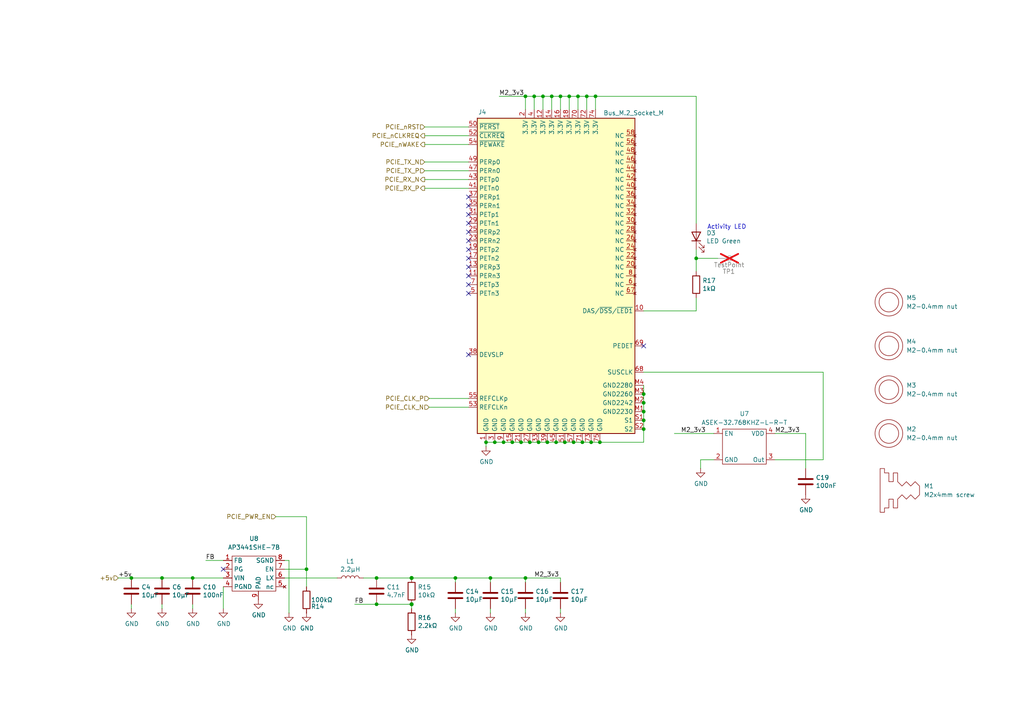
<source format=kicad_sch>
(kicad_sch (version 20250114) (generator "eeschema") (generator_version "9.0")
  (paper "A4")
  (title_block (title "Compute Module 5 IO Board - M2 Socket") (rev "1") (company "Copyright © 2024 Raspberry Pi Ltd.") (comment 1 "www.raspberrypi.com"))
  (lib_symbols
    (symbol "CM5IO:AP3441SHE-7B"
      (property "Reference" "U" (at -6.35 10.16 0))
      (property "Value" "AP3441SHE-7B" (at 0 7.62 0))
      (symbol "AP3441SHE-7B_0_1"
        (rectangle (start -6.35 6.35) (end 6.35 -3.81))
      )
      (symbol "AP3441SHE-7B_1_1"
        (pin passive line (at -8.89 5.08 0) (length 2.54) (name "FB") (number "1"))
        (pin open_collector line (at -8.89 2.54 0) (length 2.54) (name "PG") (number "2"))
        (pin power_in line (at -8.89 0 0) (length 2.54) (name "VIN") (number "3"))
        (pin power_in line (at -8.89 -2.54 0) (length 2.54) (name "PGND") (number "4"))
        (pin input line (at 1.27 -6.35 90) (length 2.54) (name "PAD") (number "9"))
        (pin power_in line (at 8.89 5.08 180) (length 2.54) (name "SGND") (number "8"))
        (pin input line (at 8.89 2.54 180) (length 2.54) (name "EN") (number "7"))
        (pin power_out line (at 8.89 0 180) (length 2.54) (name "LX") (number "6"))
        (pin no_connect line (at 8.89 -2.54 180) (length 2.54) (name "nc") (number "5"))
      )
    )
    (symbol "CM5IO:ASEK-32.768KHZ-L-R-T"
      (property "Reference" "U" (at -5.08 6.35 0))
      (property "Value" "ASEK-32.768KHZ-L-R-T" (at 0 -6.35 0))
      (symbol "ASEK-32.768KHZ-L-R-T_0_1"
        (rectangle (start -6.35 5.08) (end 6.35 -5.08))
      )
      (symbol "ASEK-32.768KHZ-L-R-T_1_1"
        (pin input line (at -8.89 3.81 0) (length 2.54) (name "EN") (number "1"))
        (pin power_in line (at -8.89 -3.81 0) (length 2.54) (name "GND") (number "2"))
        (pin power_in line (at 8.89 3.81 180) (length 2.54) (name "VDD") (number "4"))
        (pin output line (at 8.89 -3.81 180) (length 2.54) (name "Out") (number "3"))
      )
    )
    (symbol "CM5IO:Bus_M.2_Socket_M"
      (property "Reference" "J" (at -22.86 46.99 0))
      (property "Value" "Bus_M.2_Socket_M" (at 30.988 46.99 0))
      (symbol "Bus_M.2_Socket_M_0_1"
        (rectangle (start -22.86 45.72) (end 22.86 -45.72) (stroke (width 0.254)) (fill (type background)))
      )
      (symbol "Bus_M.2_Socket_M_1_1"
        (pin input line (at -25.4 43.18 0) (length 2.54) (name "~{PERST}") (number "50"))
        (pin bidirectional line (at -25.4 40.64 0) (length 2.54) (name "~{CLKREQ}") (number "52"))
        (pin bidirectional line (at -25.4 38.1 0) (length 2.54) (name "~{PEWAKE}") (number "54"))
        (pin input line (at -25.4 33.02 0) (length 2.54) (name "PERp0") (number "49"))
        (pin input line (at -25.4 30.48 0) (length 2.54) (name "PERn0") (number "47"))
        (pin output line (at -25.4 27.94 0) (length 2.54) (name "PETp0") (number "43"))
        (pin output line (at -25.4 25.4 0) (length 2.54) (name "PETn0") (number "41"))
        (pin input line (at -25.4 22.86 0) (length 2.54) (name "PERp1") (number "37"))
        (pin input line (at -25.4 20.32 0) (length 2.54) (name "PERn1") (number "35"))
        (pin output line (at -25.4 17.78 0) (length 2.54) (name "PETp1") (number "31"))
        (pin output line (at -25.4 15.24 0) (length 2.54) (name "PETn1") (number "29"))
        (pin input line (at -25.4 12.7 0) (length 2.54) (name "PERp2") (number "25"))
        (pin input line (at -25.4 10.16 0) (length 2.54) (name "PERn2") (number "23"))
        (pin output line (at -25.4 7.62 0) (length 2.54) (name "PETp2") (number "19"))
        (pin output line (at -25.4 5.08 0) (length 2.54) (name "PETn2") (number "17"))
        (pin input line (at -25.4 2.54 0) (length 2.54) (name "PERp3") (number "13"))
        (pin input line (at -25.4 0 0) (length 2.54) (name "PERn3") (number "11"))
        (pin output line (at -25.4 -2.54 0) (length 2.54) (name "PETp3") (number "7"))
        (pin output line (at -25.4 -5.08 0) (length 2.54) (name "PETn3") (number "5"))
        (pin input line (at -25.4 -22.86 0) (length 2.54) (name "DEVSLP") (number "38"))
        (pin input line (at -25.4 -35.56 0) (length 2.54) (name "REFCLKp") (number "55"))
        (pin input line (at -25.4 -38.1 0) (length 2.54) (name "REFCLKn") (number "53"))
        (pin power_in line (at -20.32 -48.26 90) (length 2.54) (name "GND") (number "1"))
        (pin power_in line (at -17.78 -48.26 90) (length 2.54) (name "GND") (number "3"))
        (pin power_in line (at -15.24 -48.26 90) (length 2.54) (name "GND") (number "9"))
        (pin power_in line (at -12.7 -48.26 90) (length 2.54) (name "GND") (number "15"))
        (pin power_in line (at -10.16 -48.26 90) (length 2.54) (name "GND") (number "21"))
        (pin power_in line (at -8.89 48.26 270) (length 2.54) (name "3.3V") (number "2"))
        (pin power_in line (at -7.62 -48.26 90) (length 2.54) (name "GND") (number "27"))
        (pin power_in line (at -6.35 48.26 270) (length 2.54) (name "3.3V") (number "4"))
        (pin power_in line (at -5.08 -48.26 90) (length 2.54) (name "GND") (number "33"))
        (pin power_in line (at -3.81 48.26 270) (length 2.54) (name "3.3V") (number "12"))
        (pin power_in line (at -2.54 -48.26 90) (length 2.54) (name "GND") (number "39"))
        (pin power_in line (at -1.27 48.26 270) (length 2.54) (name "3.3V") (number "14"))
        (pin power_in line (at 0 -48.26 90) (length 2.54) (name "GND") (number "45"))
        (pin power_in line (at 1.27 48.26 270) (length 2.54) (name "3.3V") (number "16"))
        (pin power_in line (at 2.54 -48.26 90) (length 2.54) (name "GND") (number "51"))
        (pin power_in line (at 3.81 48.26 270) (length 2.54) (name "3.3V") (number "18"))
        (pin power_in line (at 5.08 -48.26 90) (length 2.54) (name "GND") (number "57"))
        (pin power_in line (at 6.35 48.26 270) (length 2.54) (name "3.3V") (number "70"))
        (pin power_in line (at 7.62 -48.26 90) (length 2.54) (name "GND") (number "71"))
        (pin power_in line (at 8.89 48.26 270) (length 2.54) (name "3.3V") (number "72"))
        (pin power_in line (at 10.16 -48.26 90) (length 2.54) (name "GND") (number "73"))
        (pin power_in line (at 11.43 48.26 270) (length 2.54) (name "3.3V") (number "74"))
        (pin power_in line (at 12.7 -48.26 90) (length 2.54) (name "GND") (number "75"))
        (pin no_connect line (at 22.86 40.64 180) (length 2.54) (name "NC") (number "58"))
        (pin no_connect line (at 22.86 38.1 180) (length 2.54) (name "NC") (number "56"))
        (pin no_connect line (at 22.86 35.56 180) (length 2.54) (name "NC") (number "48"))
        (pin no_connect line (at 22.86 33.02 180) (length 2.54) (name "NC") (number "46"))
        (pin no_connect line (at 22.86 30.48 180) (length 2.54) (name "NC") (number "44"))
        (pin no_connect line (at 22.86 27.94 180) (length 2.54) (name "NC") (number "42"))
        (pin no_connect line (at 22.86 25.4 180) (length 2.54) (name "NC") (number "40"))
        (pin no_connect line (at 22.86 22.86 180) (length 2.54) (name "NC") (number "36"))
        (pin no_connect line (at 22.86 20.32 180) (length 2.54) (name "NC") (number "34"))
        (pin no_connect line (at 22.86 17.78 180) (length 2.54) (name "NC") (number "32"))
        (pin no_connect line (at 22.86 15.24 180) (length 2.54) (name "NC") (number "30"))
        (pin no_connect line (at 22.86 12.7 180) (length 2.54) (name "NC") (number "28"))
        (pin no_connect line (at 22.86 10.16 180) (length 2.54) (name "NC") (number "26"))
        (pin no_connect line (at 22.86 7.62 180) (length 2.54) (name "NC") (number "24"))
        (pin no_connect line (at 22.86 5.08 180) (length 2.54) (name "NC") (number "22"))
        (pin no_connect line (at 22.86 2.54 180) (length 2.54) (name "NC") (number "20"))
        (pin no_connect line (at 22.86 0 180) (length 2.54) (name "NC") (number "8"))
        (pin no_connect line (at 22.86 -2.54 180) (length 2.54) (name "NC") (number "6"))
        (pin no_connect line (at 22.86 -5.08 180) (length 2.54) (name "NC") (number "67"))
        (pin bidirectional line (at 25.4 -10.16 180) (length 2.54) (name "DAS/~{DSS}/~{LED1}") (number "10"))
        (pin passive line (at 25.4 -20.32 180) (length 2.54) (name "PEDET") (number "69"))
        (pin input line (at 25.4 -27.94 180) (length 2.54) (name "SUSCLK") (number "68"))
        (pin passive line (at 25.4 -31.75 180) (length 2.54) (name "GND2280") (number "M4"))
        (pin passive line (at 25.4 -34.29 180) (length 2.54) (name "GND2260") (number "M3"))
        (pin passive line (at 25.4 -36.83 180) (length 2.54) (name "GND2242") (number "M2"))
        (pin passive line (at 25.4 -39.37 180) (length 2.54) (name "GND2230") (number "M1"))
        (pin passive line (at 25.4 -41.91 180) (length 2.54) (name "S1") (number "S1"))
        (pin passive line (at 25.4 -44.45 180) (length 2.54) (name "S2") (number "S2"))
      )
    )
    (symbol "CM5IO:M.2_Screw" (pin_numbers (hide yes)) (pin_names (offset 0) (hide yes)) (on_board no)
      (property "Reference" "M" (at -0.254 -6.35 0))
      (property "Value" "M.2 Screw" (at 0.254 -8.636 0))
      (symbol "M.2_Screw_0_1"
        (polyline (pts (xy -5.08 0) (xy -5.08 -6.35) (xy -3.81 -6.35) (xy -3.81 -5.08) (xy -2.54 -5.08) (xy -2.54 -2.54) (xy -1.27 -2.54) (xy -1.27 -5.08) (xy 0 -5.08) (xy 0 -2.54) (xy 1.27 -1.27) (xy 2.54 -2.54) (xy 3.81 -1.27) (xy 5.08 -2.54) (xy 6.35 -1.27) (xy 6.35 1.27) (xy 5.08 2.54) (xy 3.81 1.27) (xy 2.54 2.54) (xy 1.27 1.27) (xy 0 2.54) (xy 0 5.08) (xy -1.27 5.08) (xy -1.27 2.54) (xy -2.54 2.54) (xy -2.54 5.08) (xy -3.81 5.08) (xy -3.81 6.35) (xy -5.08 6.35) (xy -5.08 0)))
      )
    )
    (symbol "CM5IO:SolderNut" (pin_numbers (hide yes)) (pin_names (offset 0) (hide yes)) (exclude_from_sim yes) (on_board no)
      (property "Reference" "M" (at -6.35 -3.556 0))
      (property "Value" "M.2 Solder Nut" (at 0.254 -5.842 0))
      (symbol "SolderNut_0_1"
        (circle (center 0 0) (radius 2.8398))
        (circle (center 0 0) (radius 4.0161))
      )
    )
    (symbol "Connector:TestPoint" (pin_numbers (hide yes)) (pin_names (offset 0.762) (hide yes))
      (property "Reference" "TP" (at 0 6.858 0))
      (property "Value" "TestPoint" (at 0 5.08 0))
      (symbol "TestPoint_0_1"
        (circle (center 0 3.302) (radius 0.762))
      )
      (symbol "TestPoint_1_1"
        (pin passive line (at 0 0 90) (length 2.54) (name "1") (number "1"))
      )
    )
    (symbol "Device:C" (pin_numbers (hide yes)) (pin_names (offset 0.254))
      (property "Reference" "C" (at 0.635 2.54 0))
      (property "Value" "C" (at 0.635 -2.54 0))
      (symbol "C_0_1"
        (polyline (pts (xy -2.032 0.762) (xy 2.032 0.762)) (stroke (width 0.508)))
        (polyline (pts (xy -2.032 -0.762) (xy 2.032 -0.762)) (stroke (width 0.508)))
      )
      (symbol "C_1_1"
        (pin passive line (at 0 3.81 270) (length 2.794) (name "~") (number "1"))
        (pin passive line (at 0 -3.81 90) (length 2.794) (name "~") (number "2"))
      )
    )
    (symbol "Device:L" (pin_numbers (hide yes)) (pin_names (offset 1.016) (hide yes))
      (property "Reference" "L" (at -1.27 0 90))
      (property "Value" "L" (at 1.905 0 90))
      (symbol "L_0_1"
        (arc (start 0 2.54) (mid 0.6323 1.905) (end 0 1.27))
        (arc (start 0 1.27) (mid 0.6323 0.635) (end 0 0))
        (arc (start 0 0) (mid 0.6323 -0.635) (end 0 -1.27))
        (arc (start 0 -1.27) (mid 0.6323 -1.905) (end 0 -2.54))
      )
      (symbol "L_1_1"
        (pin passive line (at 0 3.81 270) (length 1.27) (name "1") (number "1"))
        (pin passive line (at 0 -3.81 90) (length 1.27) (name "2") (number "2"))
      )
    )
    (symbol "Device:LED" (pin_numbers (hide yes)) (pin_names (offset 1.016) (hide yes))
      (property "Reference" "D" (at 0 2.54 0))
      (property "Value" "LED" (at 0 -2.54 0))
      (symbol "LED_0_1"
        (polyline (pts (xy -3.048 -0.762) (xy -4.572 -2.286) (xy -3.81 -2.286) (xy -4.572 -2.286) (xy -4.572 -1.524)))
        (polyline (pts (xy -1.778 -0.762) (xy -3.302 -2.286) (xy -2.54 -2.286) (xy -3.302 -2.286) (xy -3.302 -1.524)))
        (polyline (pts (xy -1.27 0) (xy 1.27 0)))
        (polyline (pts (xy -1.27 -1.27) (xy -1.27 1.27)) (stroke (width 0.254)))
        (polyline (pts (xy 1.27 -1.27) (xy 1.27 1.27) (xy -1.27 0) (xy 1.27 -1.27)) (stroke (width 0.254)))
      )
      (symbol "LED_1_1"
        (pin passive line (at -3.81 0 0) (length 2.54) (name "K") (number "1"))
        (pin passive line (at 3.81 0 180) (length 2.54) (name "A") (number "2"))
      )
    )
    (symbol "Device:R" (pin_numbers (hide yes)) (pin_names (offset 0))
      (property "Reference" "R" (at 2.032 0 90))
      (property "Value" "R" (at 0 0 90))
      (symbol "R_0_1"
        (rectangle (start -1.016 -2.54) (end 1.016 2.54) (stroke (width 0.254)))
      )
      (symbol "R_1_1"
        (pin passive line (at 0 3.81 270) (length 1.27) (name "~") (number "1"))
        (pin passive line (at 0 -3.81 90) (length 1.27) (name "~") (number "2"))
      )
    )
    (symbol "power:GND" (power) (pin_numbers (hide yes)) (pin_names (offset 0) (hide yes))
      (property "Value" "GND" (at 0 -3.81 0))
      (symbol "GND_0_1"
        (polyline (pts (xy 0 0) (xy 0 -1.27) (xy 1.27 -1.27) (xy 0 -2.54) (xy -1.27 -1.27) (xy 0 -1.27)))
      )
      (symbol "GND_1_1"
        (pin power_in line (at 0 0 270) (length 0) (name "~") (number "1"))
      )
    )
  )
  (text "Activity LED" (at 205.105 66.675 0) (effects (font (size 1.27 1.27)) (justify left bottom)))
  (junction (at 156.21 128.27))
  (junction (at 170.18 27.94))
  (junction (at 55.88 167.64))
  (junction (at 119.38 175.26) (diameter 1.016))
  (junction (at 143.51 128.27))
  (junction (at 171.45 128.27))
  (junction (at 165.1 27.94))
  (junction (at 109.22 167.64))
  (junction (at 158.75 128.27))
  (junction (at 153.67 128.27))
  (junction (at 46.99 167.64))
  (junction (at 173.99 128.27))
  (junction (at 132.08 167.64))
  (junction (at 88.9 165.1))
  (junction (at 38.1 167.64))
  (junction (at 154.94 27.94))
  (junction (at 142.24 167.64))
  (junction (at 186.69 121.92))
  (junction (at 186.69 116.84))
  (junction (at 166.37 128.27))
  (junction (at 146.05 128.27))
  (junction (at 152.4 27.94))
  (junction (at 163.83 128.27))
  (junction (at 148.59 128.27))
  (junction (at 167.64 27.94))
  (junction (at 109.22 175.26))
  (junction (at 161.29 128.27))
  (junction (at 186.69 124.46))
  (junction (at 186.69 114.3))
  (junction (at 140.97 128.27))
  (junction (at 160.02 27.94))
  (junction (at 162.56 27.94))
  (junction (at 186.69 119.38))
  (junction (at 201.93 74.93))
  (junction (at 152.4 167.64))
  (junction (at 172.72 27.94))
  (junction (at 151.13 128.27))
  (junction (at 119.38 167.64) (diameter 1.016))
  (junction (at 168.91 128.27))
  (junction (at 157.48 27.94))
  (no_connect (at 64.77 165.1))
  (no_connect (at 135.89 80.01))
  (no_connect (at 135.89 85.09))
  (no_connect (at 135.89 72.39))
  (no_connect (at 135.89 82.55))
  (no_connect (at 135.89 57.15))
  (no_connect (at 135.89 102.87))
  (no_connect (at 135.89 77.47))
  (no_connect (at 186.69 100.33))
  (no_connect (at 135.89 67.31))
  (no_connect (at 135.89 62.23))
  (no_connect (at 135.89 74.93))
  (no_connect (at 135.89 69.85))
  (no_connect (at 135.89 64.77))
  (no_connect (at 135.89 59.69))
  (wire (pts (xy 186.69 124.46) (xy 186.69 128.27)))
  (wire (pts (xy 105.41 167.64) (xy 109.22 167.64)))
  (wire (pts (xy 140.97 128.27) (xy 143.51 128.27)))
  (wire (pts (xy 167.64 27.94) (xy 170.18 27.94)))
  (wire (pts (xy 162.56 27.94) (xy 162.56 31.75)))
  (wire (pts (xy 195.58 125.73) (xy 207.01 125.73)))
  (wire (pts (xy 201.93 27.94) (xy 201.93 64.77)))
  (wire (pts (xy 109.22 167.64) (xy 119.38 167.64)))
  (wire (pts (xy 152.4 27.94) (xy 154.94 27.94)))
  (wire (pts (xy 173.99 128.27) (xy 171.45 128.27)))
  (wire (pts (xy 123.19 52.07) (xy 135.89 52.07)))
  (wire (pts (xy 142.24 167.64) (xy 152.4 167.64)))
  (wire (pts (xy 88.9 165.1) (xy 88.9 170.18)))
  (wire (pts (xy 152.4 167.64) (xy 162.56 167.64)))
  (wire (pts (xy 124.46 115.57) (xy 135.89 115.57)))
  (wire (pts (xy 59.69 162.56) (xy 64.77 162.56)))
  (wire (pts (xy 135.89 46.99) (xy 123.19 46.99)))
  (wire (pts (xy 156.21 128.27) (xy 153.67 128.27)))
  (wire (pts (xy 55.88 175.26) (xy 55.88 176.53)))
  (wire (pts (xy 154.94 27.94) (xy 157.48 27.94)))
  (wire (pts (xy 186.69 119.38) (xy 186.69 121.92)))
  (wire (pts (xy 186.69 121.92) (xy 186.69 124.46)))
  (wire (pts (xy 165.1 27.94) (xy 165.1 31.75)))
  (wire (pts (xy 123.19 54.61) (xy 135.89 54.61)))
  (wire (pts (xy 171.45 128.27) (xy 168.91 128.27)))
  (wire (pts (xy 123.19 49.53) (xy 135.89 49.53)))
  (wire (pts (xy 46.99 167.64) (xy 55.88 167.64)))
  (wire (pts (xy 201.93 90.17) (xy 201.93 86.36)))
  (wire (pts (xy 172.72 27.94) (xy 201.93 27.94)))
  (wire (pts (xy 82.55 165.1) (xy 88.9 165.1)))
  (wire (pts (xy 132.08 167.64) (xy 142.24 167.64)))
  (wire (pts (xy 186.69 116.84) (xy 186.69 119.38)))
  (wire (pts (xy 167.64 27.94) (xy 167.64 31.75)))
  (wire (pts (xy 34.29 167.64) (xy 38.1 167.64)))
  (wire (pts (xy 186.69 114.3) (xy 186.69 116.84)))
  (wire (pts (xy 152.4 167.64) (xy 152.4 168.91)))
  (wire (pts (xy 186.69 128.27) (xy 173.99 128.27)))
  (wire (pts (xy 168.91 128.27) (xy 166.37 128.27)))
  (wire (pts (xy 119.38 167.64) (xy 132.08 167.64)))
  (wire (pts (xy 152.4 176.53) (xy 152.4 177.8)))
  (wire (pts (xy 158.75 128.27) (xy 161.29 128.27)))
  (wire (pts (xy 166.37 128.27) (xy 163.83 128.27)))
  (wire (pts (xy 170.18 27.94) (xy 172.72 27.94)))
  (wire (pts (xy 82.55 167.64) (xy 97.79 167.64)))
  (wire (pts (xy 201.93 74.93) (xy 208.28 74.93)))
  (wire (pts (xy 238.76 133.35) (xy 224.79 133.35)))
  (wire (pts (xy 157.48 27.94) (xy 160.02 27.94)))
  (wire (pts (xy 203.2 135.89) (xy 203.2 133.35)))
  (wire (pts (xy 157.48 27.94) (xy 157.48 31.75)))
  (wire (pts (xy 186.69 111.76) (xy 186.69 114.3)))
  (wire (pts (xy 152.4 27.94) (xy 152.4 31.75)))
  (wire (pts (xy 55.88 167.64) (xy 64.77 167.64)))
  (wire (pts (xy 88.9 149.86) (xy 88.9 165.1)))
  (wire (pts (xy 172.72 27.94) (xy 172.72 31.75)))
  (wire (pts (xy 124.46 118.11) (xy 135.89 118.11)))
  (wire (pts (xy 109.22 175.26) (xy 119.38 175.26)))
  (wire (pts (xy 123.19 39.37) (xy 135.89 39.37)))
  (wire (pts (xy 38.1 175.26) (xy 38.1 176.53)))
  (wire (pts (xy 123.19 41.91) (xy 135.89 41.91)))
  (wire (pts (xy 132.08 168.91) (xy 132.08 167.64)))
  (wire (pts (xy 146.05 128.27) (xy 143.51 128.27)))
  (wire (pts (xy 82.55 162.56) (xy 83.82 162.56)))
  (wire (pts (xy 140.97 128.27) (xy 140.97 129.54)))
  (wire (pts (xy 148.59 128.27) (xy 151.13 128.27)))
  (wire (pts (xy 186.69 90.17) (xy 201.93 90.17)))
  (wire (pts (xy 144.78 27.94) (xy 152.4 27.94)))
  (wire (pts (xy 162.56 27.94) (xy 165.1 27.94)))
  (wire (pts (xy 186.69 107.95) (xy 238.76 107.95)))
  (wire (pts (xy 38.1 167.64) (xy 46.99 167.64)))
  (wire (pts (xy 233.68 125.73) (xy 224.79 125.73)))
  (wire (pts (xy 142.24 167.64) (xy 142.24 168.91)))
  (wire (pts (xy 163.83 128.27) (xy 161.29 128.27)))
  (wire (pts (xy 80.01 149.86) (xy 88.9 149.86)))
  (wire (pts (xy 46.99 175.26) (xy 46.99 176.53)))
  (wire (pts (xy 151.13 128.27) (xy 153.67 128.27)))
  (wire (pts (xy 156.21 128.27) (xy 158.75 128.27)))
  (wire (pts (xy 132.08 177.8) (xy 132.08 176.53)))
  (wire (pts (xy 201.93 74.93) (xy 201.93 78.74)))
  (wire (pts (xy 160.02 27.94) (xy 160.02 31.75)))
  (wire (pts (xy 201.93 74.93) (xy 201.93 72.39)))
  (wire (pts (xy 162.56 176.53) (xy 162.56 177.8)))
  (wire (pts (xy 203.2 133.35) (xy 207.01 133.35)))
  (wire (pts (xy 233.68 135.89) (xy 233.68 125.73)))
  (wire (pts (xy 64.77 176.53) (xy 64.77 170.18)))
  (wire (pts (xy 162.56 167.64) (xy 162.56 168.91)))
  (wire (pts (xy 154.94 27.94) (xy 154.94 31.75)))
  (wire (pts (xy 142.24 176.53) (xy 142.24 177.8)))
  (wire (pts (xy 165.1 27.94) (xy 167.64 27.94)))
  (wire (pts (xy 119.38 176.53) (xy 119.38 175.26)))
  (wire (pts (xy 146.05 128.27) (xy 148.59 128.27)))
  (wire (pts (xy 123.19 36.83) (xy 135.89 36.83)))
  (wire (pts (xy 102.87 175.26) (xy 109.22 175.26)))
  (wire (pts (xy 160.02 27.94) (xy 162.56 27.94)))
  (wire (pts (xy 170.18 27.94) (xy 170.18 31.75)))
  (wire (pts (xy 238.76 107.95) (xy 238.76 133.35)))
  (wire (pts (xy 83.82 162.56) (xy 83.82 177.8)))
  (label "M2_3v3" (at 154.94 167.64 0))
  (label "+5v" (at 34.29 167.64 0))
  (label "FB" (at 59.69 162.56 0))
  (label "M2_3v3" (at 224.79 125.73 0))
  (label "M2_3v3" (at 197.485 125.73 0))
  (label "M2_3v3" (at 144.78 27.94 0))
  (label "FB" (at 102.87 175.26 0))
  (hierarchical_label "PCIE_RX_N" (shape output) (at 123.19 52.07 180))
  (hierarchical_label "PCIE_CLK_N" (shape input) (at 124.46 118.11 180))
  (hierarchical_label "PCIE_TX_P" (shape input) (at 123.19 49.53 180))
  (hierarchical_label "PCIE_nCLKREQ" (shape output) (at 123.19 39.37 180))
  (hierarchical_label "PCIE_RX_P" (shape output) (at 123.19 54.61 180))
  (hierarchical_label "PCIE_PWR_EN" (shape input) (at 80.01 149.86 180))
  (hierarchical_label "PCIE_nWAKE" (shape output) (at 123.19 41.91 180))
  (hierarchical_label "PCIE_TX_N" (shape input) (at 123.19 46.99 180))
  (hierarchical_label "PCIE_nRST" (shape input) (at 123.19 36.83 180))
  (hierarchical_label "+5v" (shape input) (at 34.29 167.64 180))
  (hierarchical_label "PCIE_CLK_P" (shape input) (at 124.46 115.57 180))
  (symbol (lib_id "Device:LED") (at 201.93 68.58 90) (unit 1)
    (property "Reference" "D3" (at 204.9018 67.5894 90) (effects (justify right)))
    (property "Value" "LED Green" (at 204.9018 69.9008 90) (effects (justify right)))
    (property "Footprint" "LED_SMD:LED_0603_1608Metric" (effects (hide yes)))
    (property "Datasheet" "https://optoelectronics.liteon.com/upload/download/DS22-2000-226/LTST-S270KGKT.pdf" (effects (hide yes)))
    (property "Field8" "650263301" (effects (hide yes)))
    (property "Part Description" "LED, Green, 572nm, 2.2V, SMD 0603" (effects (hide yes)))
    (property "Dist. P/N" "160-1478-2-ND" (effects (hide yes)))
    (property "Distributor" "Digikey " (effects (hide yes)))
    (property "Manf. P/N" "LTST-S270KGKT" (effects (hide yes)))
    (property "Manufacturer" "Lite-On Inc." (effects (hide yes)))
  )
  (symbol (lib_id "Device:C") (at 152.4 172.72 0) (unit 1)
    (property "Reference" "C16" (at 155.321 171.5516 0) (effects (justify left)))
    (property "Value" "10µF" (at 155.321 173.863 0) (effects (justify left)))
    (property "Footprint" "Capacitor_SMD:C_0805_2012Metric" (effects (hide yes)))
    (property "Datasheet" "https://datasheets.kyocera-avx.com/cx5r-KGM.pdf" (effects (hide yes)))
    (property "Part Description" "Capacitor, Ceramic, 10µF, ±10%, 10V, X5R, 0805 (2012m)" (effects (hide yes)))
    (property "Dist. P/N" "478-KGM21AR51A106KUTR-ND" (effects (hide yes)))
    (property "Distributor" "Digikey" (effects (hide yes)))
    (property "Manf. P/N" "0805ZD106KAT2A" (effects (hide yes)))
    (property "Manufacturer" "Kyocera" (effects (hide yes)))
  )
  (symbol (lib_id "power:GND") (at 152.4 177.8 0) (unit 1)
    (property "Reference" "#PWR018" (effects (hide yes)))
    (property "Value" "GND" (at 152.527 182.1942 0))
    (property "Description" "Power symbol creates a global label with name \"GND\" , ground" (effects (hide yes)))
  )
  (symbol (lib_id "Device:C") (at 46.99 171.45 0) (unit 1)
    (property "Reference" "C6" (at 49.911 170.2816 0) (effects (justify left)))
    (property "Value" "10µF" (at 49.911 172.593 0) (effects (justify left)))
    (property "Footprint" "Capacitor_SMD:C_0805_2012Metric" (effects (hide yes)))
    (property "Datasheet" "https://datasheets.kyocera-avx.com/cx5r-KGM.pdf" (effects (hide yes)))
    (property "Part Description" "Capacitor, Ceramic, 10µF, ±10%, 10V, X5R, 0805 (2012m)" (effects (hide yes)))
    (property "Dist. P/N" "478-KGM21AR51A106KUTR-ND" (effects (hide yes)))
    (property "Distributor" "Digikey" (effects (hide yes)))
    (property "Manf. P/N" "0805ZD106KAT2A" (effects (hide yes)))
    (property "Manufacturer" "Kyocera" (effects (hide yes)))
  )
  (symbol (lib_id "Connector:TestPoint") (at 208.28 74.93 270) (unit 1) (in_bom no) (dnp yes)
    (property "Reference" "TP1" (at 209.55 78.74 90) (effects (justify left)))
    (property "Value" "TestPoint" (at 207.01 76.835 90) (effects (justify left)))
    (property "Footprint" "TestPoint:TestPoint_Pad_D1.5mm" (effects (hide yes)))
    (property "Part Description" "Test point" (effects (hide yes)))
    (property "Dist. P/N" "nf" (effects (hide yes)))
    (property "Distributor" "nf" (effects (hide yes)))
  )
  (symbol (lib_id "power:GND") (at 46.99 176.53 0) (unit 1)
    (property "Reference" "#PWR021" (effects (hide yes)))
    (property "Value" "GND" (at 47.117 180.9242 0))
    (property "Description" "Power symbol creates a global label with name \"GND\" , ground" (effects (hide yes)))
  )
  (symbol (lib_id "power:GND") (at 140.97 129.54 0) (unit 1)
    (property "Reference" "#PWR019" (effects (hide yes)))
    (property "Value" "GND" (at 141.097 133.9342 0))
    (property "Description" "Power symbol creates a global label with name \"GND\" , ground" (effects (hide yes)))
  )
  (symbol (lib_id "power:GND") (at 162.56 177.8 0) (unit 1)
    (property "Reference" "#PWR024" (effects (hide yes)))
    (property "Value" "GND" (at 162.687 182.1942 0))
    (property "Description" "Power symbol creates a global label with name \"GND\" , ground" (effects (hide yes)))
  )
  (symbol (lib_id "Device:R") (at 201.93 82.55 0) (unit 1)
    (property "Reference" "R17" (at 203.708 81.3816 0) (effects (justify left)))
    (property "Value" "1kΩ" (at 203.708 83.693 0) (effects (justify left)))
    (property "Footprint" "Resistor_SMD:R_0402_1005Metric" (effects (hide yes)))
    (property "Datasheet" "https://industrial.panasonic.com/cdbs/www-data/pdf/RDQ0000/ast-ind-151033.pdf" (effects (hide yes)))
    (property "Part Description" "Resistor, 1kΩ, ±1%, 0.1W, SMD 0402 (1005m)" (effects (hide yes)))
    (property "Dist. P/N" "10-ERJ-H2RF1001XTR-ND" (effects (hide yes)))
    (property "Distributor" "Digikey" (effects (hide yes)))
    (property "Manf. P/N" "ERJ-H2RF1001X" (effects (hide yes)))
    (property "Manufacturer" "Panasonic" (effects (hide yes)))
  )
  (symbol (lib_id "CM5IO:SolderNut") (at 257.81 113.03 0) (unit 1) (exclude_from_sim yes) (on_board no)
    (property "Reference" "M3" (at 262.89 111.7599 0) (effects (justify left)))
    (property "Value" "M2-0.4mm nut" (at 262.89 114.2999 0) (effects (justify left)))
    (property "Datasheet" "https://www.lcsc.com/datasheet/C2916320.pdf" (effects (hide yes)))
    (property "Part Description" "Standoff, M2 thread, 1.5mm H, 5.56mm Diam." (effects (hide yes)))
    (property "Dist. P/N" "C2916320" (effects (hide yes)))
    (property "Distributor" "LCSC" (effects (hide yes)))
    (property "Manf. P/N" "SMTSO2015CTJ" (effects (hide yes)))
    (property "Manufacturer" "Sinhoo" (effects (hide yes)))
  )
  (symbol (lib_id "Device:L") (at 101.6 167.64 90) (unit 1)
    (property "Reference" "L1" (at 101.6 162.814 90))
    (property "Value" "2.2µH" (at 101.6 165.1254 90))
    (property "Footprint" "CM5IO:L_Bourns_SRP5030CC" (effects (hide yes)))
    (property "Datasheet" "https://www.bourns.com/docs/Product-Datasheets/SRP5030CC.pdf" (effects (hide yes)))
    (property "Part Description" "Inductor, 2.2µH, ±20%, 7A, 32Ω" (effects (hide yes)))
    (property "Dist. P/N" "118-SRP5030CC-2R2MTR-ND" (effects (hide yes)))
    (property "Distributor" "Digikey" (effects (hide yes)))
    (property "Manf. P/N" "SRP5030CC-2R2M" (effects (hide yes)))
    (property "Manufacturer" "Bourns" (effects (hide yes)))
  )
  (symbol (lib_id "power:GND") (at 64.77 176.53 0) (unit 1)
    (property "Reference" "#PWR022" (effects (hide yes)))
    (property "Value" "GND" (at 64.897 180.9242 0))
    (property "Description" "Power symbol creates a global label with name \"GND\" , ground" (effects (hide yes)))
  )
  (symbol (lib_id "Device:R") (at 119.38 171.45 0) (unit 1)
    (property "Reference" "R15" (at 121.158 170.2816 0) (effects (justify left)))
    (property "Value" "10kΩ" (at 121.158 172.593 0) (effects (justify left)))
    (property "Footprint" "Resistor_SMD:R_0402_1005Metric" (effects (hide yes)))
    (property "Datasheet" "https://industrial.panasonic.com/cdbs/www-data/pdf/RDP0000/AOA0000C334.pdf" (effects (hide yes)))
    (property "Part Description" "Resistor, 10kΩ, ±1%, 0.1W, SMD 0402 (1005m)" (effects (hide yes)))
    (property "Dist. P/N" "10-ERJ-U02F1002XTR-ND" (effects (hide yes)))
    (property "Distributor" "Digikey" (effects (hide yes)))
    (property "Manf. P/N" "ERJ-U02F1002X" (effects (hide yes)))
    (property "Manufacturer" "Panasonic" (effects (hide yes)))
  )
  (symbol (lib_id "Device:C") (at 233.68 139.7 0) (unit 1)
    (property "Reference" "C19" (at 236.601 138.5316 0) (effects (justify left)))
    (property "Value" "100nF" (at 236.601 140.843 0) (effects (justify left)))
    (property "Footprint" "Capacitor_SMD:C_0402_1005Metric" (effects (hide yes)))
    (property "Datasheet" "https://datasheets.kyocera-avx.com/cx5r.pdf" (effects (hide yes)))
    (property "Part Description" "Capacitor, Ceramic, 0.1µF, ±10%, 6.3V, X5R, 0402 (1005m)" (effects (hide yes)))
    (property "Dist. P/N" "478-11504-2-ND" (effects (hide yes)))
    (property "Distributor" "Digikey" (effects (hide yes)))
    (property "Manf. P/N" "04026D104KAT4A" (effects (hide yes)))
    (property "Manufacturer" "Kyocera" (effects (hide yes)))
  )
  (symbol (lib_id "Device:R") (at 88.9 173.99 0) (unit 1)
    (property "Reference" "R14" (at 90.17 175.895 0) (effects (justify left)))
    (property "Value" "100kΩ" (at 90.17 173.99 0) (effects (justify left)))
    (property "Footprint" "Resistor_SMD:R_0402_1005Metric" (effects (hide yes)))
    (property "Datasheet" "https://industrial.panasonic.com/cdbs/www-data/pdf/RDP0000/AOA0000C334.pdf" (effects (hide yes)))
    (property "Part Description" "Resistor, 100kΩ, ±1%, 0.1W, SMD 0402 (1005m)" (effects (hide yes)))
    (property "Dist. P/N" "10-ERJ-U02F1003XTR-ND" (effects (hide yes)))
    (property "Distributor" "Digikey" (effects (hide yes)))
    (property "Manf. P/N" "ERJ-U02F1003X" (effects (hide yes)))
    (property "Manufacturer" "Panasonic" (effects (hide yes)))
  )
  (symbol (lib_id "Device:R") (at 119.38 180.34 0) (unit 1)
    (property "Reference" "R16" (at 121.158 179.1716 0) (effects (justify left)))
    (property "Value" "2.2kΩ" (at 121.158 181.483 0) (effects (justify left)))
    (property "Footprint" "Resistor_SMD:R_0402_1005Metric" (effects (hide yes)))
    (property "Datasheet" "https://industrial.panasonic.com/cdbs/www-data/pdf/RDA0000/AOA0000C304.pdf" (effects (hide yes)))
    (property "Part Description" "Resistor, 2.2kΩ, ±1%, 0.1W, SMD 0402 (1005m)" (effects (hide yes)))
    (property "Dist. P/N" "P2.20KLTR-ND" (effects (hide yes)))
    (property "Distributor" "Digikey" (effects (hide yes)))
    (property "Manf. P/N" "ERJ-2RKF2201X" (effects (hide yes)))
    (property "Manufacturer" "Panasonic" (effects (hide yes)))
  )
  (symbol (lib_id "CM5IO:ASEK-32.768KHZ-L-R-T") (at 215.9 129.54 0) (unit 1)
    (property "Reference" "U7" (at 215.9 120.015 0))
    (property "Value" "ASEK-32.768KHZ-L-R-T" (at 215.9 122.555 0))
    (property "Footprint" "Crystal:Crystal_SMD_3225-4Pin_3.2x2.5mm" (effects (hide yes)))
    (property "Datasheet" "https://abracon.com/Oscillators/ASEK.pdf" (effects (hide yes)))
    (property "Part Description" "Oscillator, 32.768kHz, 3.3V" (effects (hide yes)))
    (property "Dist. P/N" "535-ASEK-32.768KHZ-L-R-TTR-ND" (effects (hide yes)))
    (property "Distributor" "Digikey" (effects (hide yes)))
    (property "Manf. P/N" "ASEK-32.768KHZ-L-R-T" (effects (hide yes)))
    (property "Manufacturer" "Abracon" (effects (hide yes)))
  )
  (symbol (lib_id "Device:C") (at 38.1 171.45 0) (unit 1)
    (property "Reference" "C4" (at 41.021 170.2816 0) (effects (justify left)))
    (property "Value" "10µF" (at 41.021 172.593 0) (effects (justify left)))
    (property "Footprint" "Capacitor_SMD:C_0805_2012Metric" (effects (hide yes)))
    (property "Datasheet" "https://datasheets.kyocera-avx.com/cx5r-KGM.pdf" (effects (hide yes)))
    (property "Part Description" "Capacitor, Ceramic, 10µF, ±10%, 10V, X5R, 0805 (2012m)" (effects (hide yes)))
    (property "Dist. P/N" "478-KGM21AR51A106KUTR-ND" (effects (hide yes)))
    (property "Distributor" "Digikey" (effects (hide yes)))
    (property "Manf. P/N" "0805ZD106KAT2A" (effects (hide yes)))
    (property "Manufacturer" "Kyocera" (effects (hide yes)))
  )
  (symbol (lib_id "CM5IO:AP3441SHE-7B") (at 73.66 167.64 0) (unit 1)
    (property "Reference" "U8" (at 73.66 156.21 0))
    (property "Value" "AP3441SHE-7B" (at 73.66 158.75 0))
    (property "Footprint" "Package_DFN_QFN:DFN-8-1EP_2x2mm_P0.5mm_EP1.05x1.75mm" (effects (hide yes)))
    (property "Datasheet" "https://www.diodes.com/assets/Datasheets/AP3441-L.pdf" (effects (hide yes)))
    (property "Part Description" "Buck Converter, 0.6V, 3A" (effects (hide yes)))
    (property "Dist. P/N" "AP3441SHE-7BDITR-ND" (effects (hide yes)))
    (property "Distributor" "Digikey" (effects (hide yes)))
    (property "Manf. P/N" "AP3441SHE-7B" (effects (hide yes)))
    (property "Manufacturer" "Diodes Inc." (effects (hide yes)))
  )
  (symbol (lib_id "Device:C") (at 55.88 171.45 0) (unit 1)
    (property "Reference" "C10" (at 58.801 170.2816 0) (effects (justify left)))
    (property "Value" "100nF" (at 58.801 172.593 0) (effects (justify left)))
    (property "Footprint" "Capacitor_SMD:C_0402_1005Metric" (effects (hide yes)))
    (property "Datasheet" "https://datasheets.kyocera-avx.com/cx5r.pdf" (effects (hide yes)))
    (property "Part Description" "Capacitor, Ceramic, 0.1µF, ±10%, 6.3V, X5R, 0402 (1005m)" (effects (hide yes)))
    (property "Dist. P/N" "478-11504-2-ND" (effects (hide yes)))
    (property "Distributor" "Digikey" (effects (hide yes)))
    (property "Manf. P/N" "04026D104KAT4A" (effects (hide yes)))
    (property "Manufacturer" "Kyocera" (effects (hide yes)))
  )
  (symbol (lib_id "Device:C") (at 132.08 172.72 0) (unit 1)
    (property "Reference" "C14" (at 135.001 171.5516 0) (effects (justify left)))
    (property "Value" "10µF" (at 135.001 173.863 0) (effects (justify left)))
    (property "Footprint" "Capacitor_SMD:C_0805_2012Metric" (effects (hide yes)))
    (property "Datasheet" "https://datasheets.kyocera-avx.com/cx5r-KGM.pdf" (effects (hide yes)))
    (property "Part Description" "Capacitor, Ceramic, 10µF, ±10%, 10V, X5R, 0805 (2012m)" (effects (hide yes)))
    (property "Dist. P/N" "478-KGM21AR51A106KUTR-ND" (effects (hide yes)))
    (property "Distributor" "Digikey" (effects (hide yes)))
    (property "Manf. P/N" "0805ZD106KAT2A" (effects (hide yes)))
    (property "Manufacturer" "Kyocera" (effects (hide yes)))
  )
  (symbol (lib_id "power:GND") (at 38.1 176.53 0) (unit 1)
    (property "Reference" "#PWR020" (effects (hide yes)))
    (property "Value" "GND" (at 38.227 180.9242 0))
    (property "Description" "Power symbol creates a global label with name \"GND\" , ground" (effects (hide yes)))
  )
  (symbol (lib_id "power:GND") (at 88.9 177.8 0) (unit 1)
    (property "Reference" "#PWR08" (effects (hide yes)))
    (property "Value" "GND" (at 89.027 182.1942 0))
    (property "Description" "Power symbol creates a global label with name \"GND\" , ground" (effects (hide yes)))
  )
  (symbol (lib_id "power:GND") (at 119.38 184.15 0) (unit 1)
    (property "Reference" "#PWR016" (effects (hide yes)))
    (property "Value" "GND" (at 119.507 188.5442 0))
    (property "Description" "Power symbol creates a global label with name \"GND\" , ground" (effects (hide yes)))
  )
  (symbol (lib_id "CM5IO:M.2_Screw") (at 260.35 142.24 0) (unit 1) (on_board no)
    (property "Reference" "M1" (at 267.97 140.9699 0) (effects (justify left)))
    (property "Value" "M2x4mm screw" (at 267.97 143.5099 0) (effects (justify left)))
    (property "Datasheet" "https://www.mcmaster.com/92000A011/" (effects (hide yes)))
    (property "Part Description" "PHCS, M2-0.4 x 4mm, Phillips, Stainless Steel " (effects (hide yes)))
    (property "Dist. P/N" "92000A011" (effects (hide yes)))
    (property "Distributor" "McMaster" (effects (hide yes)))
    (property "Manf. P/N" "N/A" (effects (hide yes)))
    (property "Manufacturer" "Misc." (effects (hide yes)))
  )
  (symbol (lib_id "power:GND") (at 83.82 177.8 0) (unit 1)
    (property "Reference" "#PWR023" (effects (hide yes)))
    (property "Value" "GND" (at 83.947 182.1942 0))
    (property "Description" "Power symbol creates a global label with name \"GND\" , ground" (effects (hide yes)))
  )
  (symbol (lib_id "Device:C") (at 109.22 171.45 0) (unit 1)
    (property "Reference" "C11" (at 112.141 170.2816 0) (effects (justify left)))
    (property "Value" "4.7nF" (at 112.141 172.593 0) (effects (justify left)))
    (property "Footprint" "Capacitor_SMD:C_0402_1005Metric" (effects (hide yes)))
    (property "Datasheet" "https://datasheets.kyocera-avx.com/KGM_X7R.pdf" (effects (hide yes)))
    (property "Part Description" "Capacitor, Ceramic, 4700pF, ±10%, 10V, X7R, 0402 (1005m)" (effects (hide yes)))
    (property "Dist. P/N" "478-KGM05AR71A472KHTR-ND" (effects (hide yes)))
    (property "Distributor" "Digikey" (effects (hide yes)))
    (property "Manf. P/N" "KGM05AR71A472KH" (effects (hide yes)))
    (property "Manufacturer" "Kyocera" (effects (hide yes)))
  )
  (symbol (lib_id "CM5IO:SolderNut") (at 257.81 100.33 0) (unit 1) (exclude_from_sim yes) (on_board no)
    (property "Reference" "M4" (at 262.89 99.0599 0) (effects (justify left)))
    (property "Value" "M2-0.4mm nut" (at 262.89 101.5999 0) (effects (justify left)))
    (property "Datasheet" "https://www.lcsc.com/datasheet/C2916320.pdf" (effects (hide yes)))
    (property "Part Description" "Standoff, M2 thread, 1.5mm H, 5.56mm Diam." (effects (hide yes)))
    (property "Dist. P/N" "C2916320" (effects (hide yes)))
    (property "Distributor" "LCSC" (effects (hide yes)))
    (property "Manf. P/N" "SMTSO2015CTJ" (effects (hide yes)))
    (property "Manufacturer" "Sinhoo" (effects (hide yes)))
  )
  (symbol (lib_id "power:GND") (at 142.24 177.8 0) (unit 1)
    (property "Reference" "#PWR015" (effects (hide yes)))
    (property "Value" "GND" (at 142.367 182.1942 0))
    (property "Description" "Power symbol creates a global label with name \"GND\" , ground" (effects (hide yes)))
  )
  (symbol (lib_id "CM5IO:SolderNut") (at 257.81 87.63 0) (unit 1) (exclude_from_sim yes) (on_board no)
    (property "Reference" "M5" (at 262.89 86.3599 0) (effects (justify left)))
    (property "Value" "M2-0.4mm nut" (at 262.89 88.8999 0) (effects (justify left)))
    (property "Datasheet" "https://www.lcsc.com/datasheet/C2916320.pdf" (effects (hide yes)))
    (property "Part Description" "Standoff, M2 thread, 1.5mm H, 5.56mm Diam." (effects (hide yes)))
    (property "Dist. P/N" "C2916320" (effects (hide yes)))
    (property "Distributor" "LCSC" (effects (hide yes)))
    (property "Manf. P/N" "SMTSO2015CTJ" (effects (hide yes)))
    (property "Manufacturer" "Sinhoo" (effects (hide yes)))
  )
  (symbol (lib_id "power:GND") (at 74.93 173.99 0) (unit 1)
    (property "Reference" "#PWR028" (effects (hide yes)))
    (property "Value" "GND" (at 75.057 178.3842 0))
    (property "Description" "Power symbol creates a global label with name \"GND\" , ground" (effects (hide yes)))
  )
  (symbol (lib_id "Device:C") (at 142.24 172.72 0) (unit 1)
    (property "Reference" "C15" (at 145.161 171.5516 0) (effects (justify left)))
    (property "Value" "10µF" (at 145.161 173.863 0) (effects (justify left)))
    (property "Footprint" "Capacitor_SMD:C_0805_2012Metric" (effects (hide yes)))
    (property "Datasheet" "https://datasheets.kyocera-avx.com/cx5r-KGM.pdf" (effects (hide yes)))
    (property "Part Description" "Capacitor, Ceramic, 10µF, ±10%, 10V, X5R, 0805 (2012m)" (effects (hide yes)))
    (property "Dist. P/N" "478-KGM21AR51A106KUTR-ND" (effects (hide yes)))
    (property "Distributor" "Digikey" (effects (hide yes)))
    (property "Manf. P/N" "0805ZD106KAT2A" (effects (hide yes)))
    (property "Manufacturer" "Kyocera" (effects (hide yes)))
  )
  (symbol (lib_id "power:GND") (at 233.68 143.51 0) (unit 1)
    (property "Reference" "#PWR025" (effects (hide yes)))
    (property "Value" "GND" (at 233.807 147.9042 0))
    (property "Description" "Power symbol creates a global label with name \"GND\" , ground" (effects (hide yes)))
  )
  (symbol (lib_id "CM5IO:Bus_M.2_Socket_M") (at 161.29 80.01 0) (unit 1)
    (property "Reference" "J4" (at 138.684 32.512 0) (effects (justify left)))
    (property "Value" "Bus_M.2_Socket_M" (at 175.006 32.766 0) (effects (justify left)))
    (property "Footprint" "CM5IO:M.2 M Key socket" (effects (hide yes)))
    (property "Datasheet" "https://www.te.com/usa-en/product-1-2199119-5.datasheet.pdf" (effects (hide yes)))
    (property "Description" "M.2 Socket 3 Mechanical Key M" (effects (hide yes)))
    (property "Part Description" "Connector, M.2, M-Key, 67 pin, 0.5mm P, 3.2mm H" (effects (hide yes)))
    (property "Dist. P/N" "A115902TR-ND" (effects (hide yes)))
    (property "Distributor" "Digikey" (effects (hide yes)))
    (property "Manf. P/N" "1-2199119-5" (effects (hide yes)))
    (property "Manufacturer" "TE Connectivity" (effects (hide yes)))
  )
  (symbol (lib_id "power:GND") (at 55.88 176.53 0) (unit 1)
    (property "Reference" "#PWR014" (effects (hide yes)))
    (property "Value" "GND" (at 56.007 180.9242 0))
    (property "Description" "Power symbol creates a global label with name \"GND\" , ground" (effects (hide yes)))
  )
  (symbol (lib_id "CM5IO:SolderNut") (at 257.81 125.73 0) (unit 1) (exclude_from_sim yes) (on_board no)
    (property "Reference" "M2" (at 262.89 124.4599 0) (effects (justify left)))
    (property "Value" "M2-0.4mm nut" (at 262.89 126.9999 0) (effects (justify left)))
    (property "Datasheet" "https://www.lcsc.com/datasheet/C2916320.pdf" (effects (hide yes)))
    (property "Part Description" "Standoff, M2 thread, 1.5mm H, 5.56mm Diam." (effects (hide yes)))
    (property "Dist. P/N" "C2916320" (effects (hide yes)))
    (property "Distributor" "LCSC" (effects (hide yes)))
    (property "Manf. P/N" "SMTSO2015CTJ" (effects (hide yes)))
    (property "Manufacturer" "Sinhoo" (effects (hide yes)))
  )
  (symbol (lib_id "Device:C") (at 162.56 172.72 0) (unit 1)
    (property "Reference" "C17" (at 165.481 171.5516 0) (effects (justify left)))
    (property "Value" "10µF" (at 165.481 173.863 0) (effects (justify left)))
    (property "Footprint" "Capacitor_SMD:C_0805_2012Metric" (effects (hide yes)))
    (property "Datasheet" "https://datasheets.kyocera-avx.com/cx5r-KGM.pdf" (effects (hide yes)))
    (property "Part Description" "Capacitor, Ceramic, 10µF, ±10%, 10V, X5R, 0805 (2012m)" (effects (hide yes)))
    (property "Dist. P/N" "478-KGM21AR51A106KUTR-ND" (effects (hide yes)))
    (property "Distributor" "Digikey" (effects (hide yes)))
    (property "Manf. P/N" "0805ZD106KAT2A" (effects (hide yes)))
    (property "Manufacturer" "Kyocera" (effects (hide yes)))
  )
  (symbol (lib_id "power:GND") (at 203.2 135.89 0) (unit 1)
    (property "Reference" "#PWR026" (effects (hide yes)))
    (property "Value" "GND" (at 203.327 140.2842 0))
    (property "Description" "Power symbol creates a global label with name \"GND\" , ground" (effects (hide yes)))
  )
  (symbol (lib_id "power:GND") (at 132.08 177.8 0) (unit 1)
    (property "Reference" "#PWR017" (effects (hide yes)))
    (property "Value" "GND" (at 132.207 182.1942 0))
    (property "Description" "Power symbol creates a global label with name \"GND\" , ground" (effects (hide yes)))
  )
)
</source>
